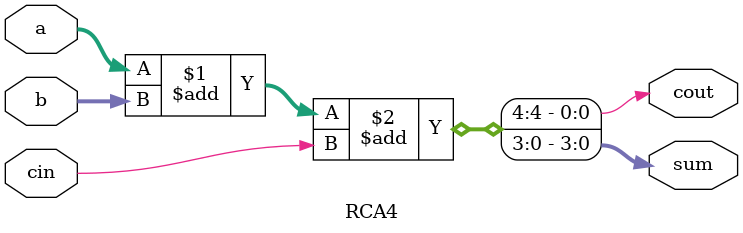
<source format=v>
module RCA4(
  output [3:0] sum,
  output cout,
  input [3:0] a,
  input [3:0] b,
  input cin
);

  assign {cout, sum} = a + b + cin;

endmodule
</source>
